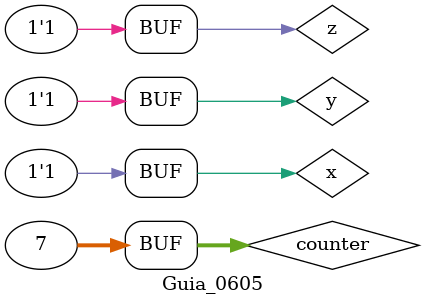
<source format=v>

module OPERATION(output s, input x, input y, input z);
	assign s = ~x | (y & z);
endmodule

module Guia_0605;
	
	integer counter;
	reg x,y,z;
	wire s;
	OPERATION op(s,x,y,z);

	initial begin:main;
		x=0; y=0; z=0; counter = 0;
		$display("Tabela verdade exercicio 5:");
		$monitor("%0d | %b %b %b | %b", counter,x,y,z,s);
#1 z=1; counter++;
#1 z=0; y=1; counter++;
#1 z=1; y=1; counter++;
#1 z=0; y=0; x=1; counter++;
#1 z=1; y=0; counter++;
#1 z=0; y=1; counter++;
#1 z=1; counter++;
	end
endmodule

</source>
